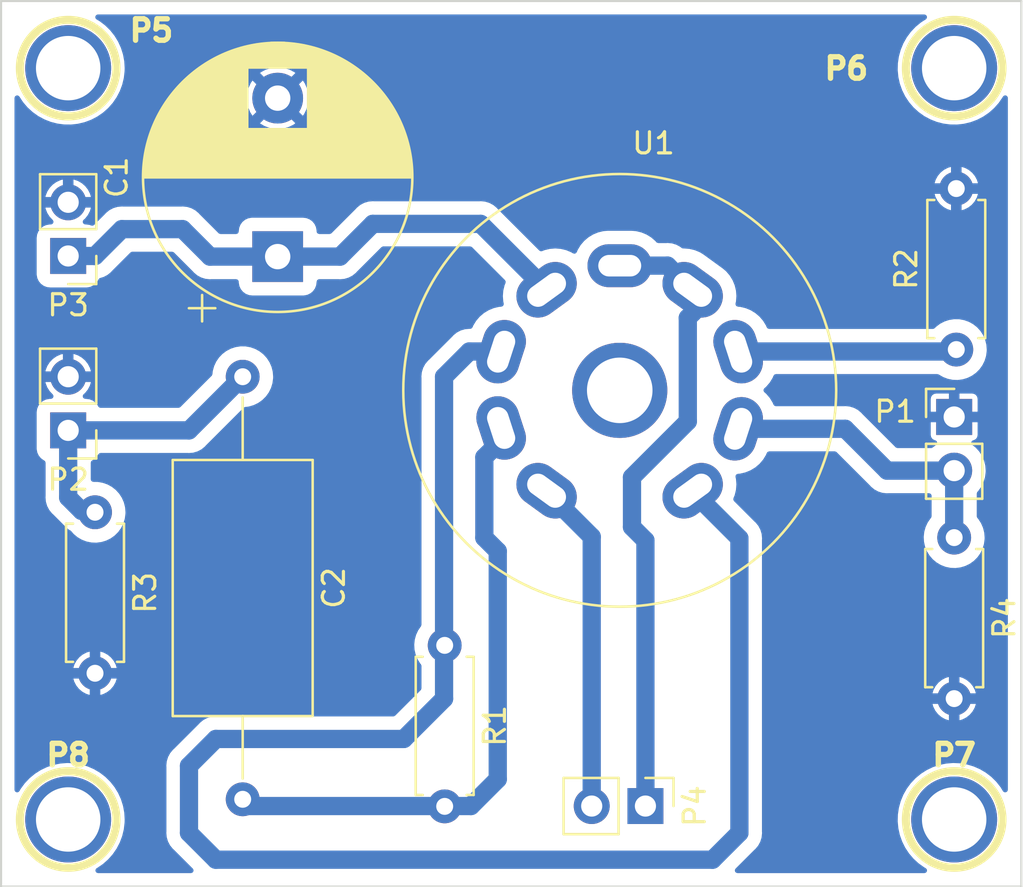
<source format=kicad_pcb>
(kicad_pcb (version 20210424) (generator pcbnew)
  (layers (0 "F.Cu" signal "Dessus") (31 "B.Cu" signal "Dessous") (34 "B.Paste" user) (35 "F.Paste" user) (36 "B.SilkS" user "B.Silkscreen") (37 "F.SilkS" user "F.Silkscreen") (38 "B.Mask" user) (39 "F.Mask" user) (44 "Edge.Cuts" user))
  (net 0 "")
  (net 1 "GND")
  (net 2 "Net-(C1-Pad1)")
  (net 3 "Net-(C2-Pad1)")
  (net 4 "Net-(C2-Pad2)")
  (net 5 "Net-(P1-Pad2)")
  (net 6 "Net-(P4-Pad1)")
  (net 7 "Net-(P4-Pad2)")
  (net 8 "Net-(R1-Pad1)")
  (net 9 "Net-(R2-Pad1)")
  (footprint "Capacitor_THT:CP_Radial_D12.5mm_P7.50mm" (layer "F.Cu") (at 133.1 102.9 90)
    (fp_text reference "C1" (at 3.75 -7.62 90) (layer "F.SilkS"))
    (fp_text value "10uF")
    (fp_line (start 6.671 1.44) (end 6.671 5.622) (layer "F.SilkS") (width 0.12))
    (fp_line (start 7.671 1.44) (end 7.671 4.982) (layer "F.SilkS") (width 0.12))
    (fp_line (start 7.231 -5.296) (end 7.231 -1.44) (layer "F.SilkS") (width 0.12))
    (fp_line (start 9.351 -2.996) (end 9.351 2.996) (layer "F.SilkS") (width 0.12))
    (fp_line (start 9.871 -1.728) (end 9.871 1.728) (layer "F.SilkS") (width 0.12))
    (fp_line (start 6.191 1.44) (end 6.191 5.845) (layer "F.SilkS") (width 0.12))
    (fp_line (start 8.631 -4.055) (end 8.631 -1.44) (layer "F.SilkS") (width 0.12))
    (fp_line (start 4.591 -6.275) (end 4.591 6.275) (layer "F.SilkS") (width 0.12))
    (fp_line (start 9.191 -3.275) (end 9.191 3.275) (layer "F.SilkS") (width 0.12))
    (fp_line (start 7.871 1.44) (end 7.871 4.819) (layer "F.SilkS") (width 0.12))
    (fp_line (start 9.791 -1.984) (end 9.791 1.984) (layer "F.SilkS") (width 0.12))
    (fp_line (start 6.631 -5.642) (end 6.631 -1.44) (layer "F.SilkS") (width 0.12))
    (fp_line (start 9.711 -2.209) (end 9.711 2.209) (layer "F.SilkS") (width 0.12))
    (fp_line (start 6.751 -5.58) (end 6.751 -1.44) (layer "F.SilkS") (width 0.12))
    (fp_line (start 9.431 -2.844) (end 9.431 2.844) (layer "F.SilkS") (width 0.12))
    (fp_line (start 8.351 1.44) (end 8.351 4.367) (layer "F.SilkS") (width 0.12))
    (fp_line (start 6.471 -5.721) (end 6.471 -1.44) (layer "F.SilkS") (width 0.12))
    (fp_line (start 8.391 1.44) (end 8.391 4.325) (layer "F.SilkS") (width 0.12))
    (fp_line (start 5.711 -6.021) (end 5.711 6.021) (layer "F.SilkS") (width 0.12))
    (fp_line (start 7.391 -5.188) (end 7.391 -1.44) (layer "F.SilkS") (width 0.12))
    (fp_line (start 9.551 -2.594) (end 9.551 2.594) (layer "F.SilkS") (width 0.12))
    (fp_line (start 5.191 -6.166) (end 5.191 6.166) (layer "F.SilkS") (width 0.12))
    (fp_line (start 7.191 1.44) (end 7.191 5.322) (layer "F.SilkS") (width 0.12))
    (fp_line (start 6.791 1.44) (end 6.791 5.558) (layer "F.SilkS") (width 0.12))
    (fp_line (start 8.351 -4.367) (end 8.351 -1.44) (layer "F.SilkS") (width 0.12))
    (fp_line (start 8.031 -4.678) (end 8.031 -1.44) (layer "F.SilkS") (width 0.12))
    (fp_line (start 9.591 -2.504) (end 9.591 2.504) (layer "F.SilkS") (width 0.12))
    (fp_line (start 8.871 -3.75) (end 8.871 -1.44) (layer "F.SilkS") (width 0.12))
    (fp_line (start 5.311 -6.137) (end 5.311 6.137) (layer "F.SilkS") (width 0.12))
    (fp_line (start 6.951 1.44) (end 6.951 5.468) (layer "F.SilkS") (width 0.12))
    (fp_line (start 5.951 -5.939) (end 5.951 5.939) (layer "F.SilkS") (width 0.12))
    (fp_line (start 6.391 1.44) (end 6.391 5.758) (layer "F.SilkS") (width 0.12))
    (fp_line (start 8.111 1.44) (end 8.111 4.605) (layer "F.SilkS") (width 0.12))
    (fp_line (start 7.311 1.44) (end 7.311 5.243) (layer "F.SilkS") (width 0.12))
    (fp_line (start 7.151 -5.347) (end 7.151 -1.44) (layer "F.SilkS") (width 0.12))
    (fp_line (start 5.631 -6.047) (end 5.631 6.047) (layer "F.SilkS") (width 0.12))
    (fp_line (start 8.191 -4.528) (end 8.191 -1.44) (layer "F.SilkS") (width 0.12))
    (fp_line (start 8.071 -4.642) (end 8.071 -1.44) (layer "F.SilkS") (width 0.12))
    (fp_line (start 9.031 -3.524) (end 9.031 3.524) (layer "F.SilkS") (width 0.12))
    (fp_line (start 4.43 -6.294) (end 4.43 6.294) (layer "F.SilkS") (width 0.12))
    (fp_line (start 6.231 1.44) (end 6.231 5.828) (layer "F.SilkS") (width 0.12))
    (fp_line (start 7.431 -5.16) (end 7.431 -1.44) (layer "F.SilkS") (width 0.12))
    (fp_line (start 6.471 1.44) (end 6.471 5.721) (layer "F.SilkS") (width 0.12))
    (fp_line (start 7.591 1.44) (end 7.591 5.043) (layer "F.SilkS") (width 0.12))
    (fp_line (start 8.991 -3.583) (end 8.991 3.583) (layer "F.SilkS") (width 0.12))
    (fp_line (start 8.111 -4.605) (end 8.111 -1.44) (layer "F.SilkS") (width 0.12))
    (fp_line (start 7.871 -4.819) (end 7.871 -1.44) (layer "F.SilkS") (width 0.12))
    (fp_line (start 4.35 -6.302) (end 4.35 6.302) (layer "F.SilkS") (width 0.12))
    (fp_line (start 5.431 -6.105) (end 5.431 6.105) (layer "F.SilkS") (width 0.12))
    (fp_line (start 4.31 -6.306) (end 4.31 6.306) (layer "F.SilkS") (width 0.12))
    (fp_line (start 9.951 -1.422) (end 9.951 1.422) (layer "F.SilkS") (width 0.12))
    (fp_line (start 7.231 1.44) (end 7.231 5.296) (layer "F.SilkS") (width 0.12))
    (fp_line (start 6.831 1.44) (end 6.831 5.536) (layer "F.SilkS") (width 0.12))
    (fp_line (start 6.751 1.44) (end 6.751 5.58) (layer "F.SilkS") (width 0.12))
    (fp_line (start 6.191 -5.845) (end 6.191 -1.44) (layer "F.SilkS") (width 0.12))
    (fp_line (start 8.271 1.44) (end 8.271 4.449) (layer "F.SilkS") (width 0.12))
    (fp_line (start 6.551 -5.682) (end 6.551 -1.44) (layer "F.SilkS") (width 0.12))
    (fp_line (start 6.591 1.44) (end 6.591 5.662) (layer "F.SilkS") (width 0.12))
    (fp_line (start 8.911 -3.696) (end 8.911 -1.44) (layer "F.SilkS") (width 0.12))
    (fp_line (start 7.151 1.44) (end 7.151 5.347) (layer "F.SilkS") (width 0.12))
    (fp_line (start 9.151 -3.339) (end 9.151 3.339) (layer "F.SilkS") (width 0.12))
    (fp_line (start 8.631 1.44) (end 8.631 4.055) (layer "F.SilkS") (width 0.12))
    (fp_line (start 4.511 -6.285) (end 4.511 6.285) (layer "F.SilkS") (width 0.12))
    (fp_line (start 4.07 -6.322) (end 4.07 6.322) (layer "F.SilkS") (width 0.12))
    (fp_line (start -2.442082 -4.2) (end -2.442082 -2.95) (layer "F.SilkS") (width 0.12))
    (fp_line (start 3.79 -6.33) (end 3.79 6.33) (layer "F.SilkS") (width 0.12))
    (fp_line (start 7.311 -5.243) (end 7.311 -1.44) (layer "F.SilkS") (width 0.12))
    (fp_line (start 7.711 -4.95) (end 7.711 -1.44) (layer "F.SilkS") (width 0.12))
    (fp_line (start 6.711 -5.601) (end 6.711 -1.44) (layer "F.SilkS") (width 0.12))
    (fp_line (start 7.351 1.44) (end 7.351 5.216) (layer "F.SilkS") (width 0.12))
    (fp_line (start 6.271 1.44) (end 6.271 5.811) (layer "F.SilkS") (width 0.12))
    (fp_line (start 7.271 1.44) (end 7.271 5.27) (layer "F.SilkS") (width 0.12))
    (fp_line (start 8.551 1.44) (end 8.551 4.148) (layer "F.SilkS") (width 0.12))
    (fp_line (start 9.111 -3.402) (end 9.111 3.402) (layer "F.SilkS") (width 0.12))
    (fp_line (start 7.111 1.44) (end 7.111 5.372) (layer "F.SilkS") (width 0.12))
    (fp_line (start 7.111 -5.372) (end 7.111 -1.44) (layer "F.SilkS") (width 0.12))
    (fp_line (start -3.067082 -3.575) (end -1.817082 -3.575) (layer "F.SilkS") (width 0.12))
    (fp_line (start 9.231 -3.208) (end 9.231 3.208) (layer "F.SilkS") (width 0.12))
    (fp_line (start 5.831 -5.981) (end 5.831 5.981) (layer "F.SilkS") (width 0.12))
    (fp_line (start 4.39 -6.298) (end 4.39 6.298) (layer "F.SilkS") (width 0.12))
    (fp_line (start 4.711 -6.258) (end 4.711 6.258) (layer "F.SilkS") (width 0.12))
    (fp_line (start 7.071 -5.397) (end 7.071 -1.44) (layer "F.SilkS") (width 0.12))
    (fp_line (start 6.071 1.44) (end 6.071 5.893) (layer "F.SilkS") (width 0.12))
    (fp_line (start 7.551 -5.073) (end 7.551 -1.44) (layer "F.SilkS") (width 0.12))
    (fp_line (start 4.19 -6.315) (end 4.19 6.315) (layer "F.SilkS") (width 0.12))
    (fp_line (start 9.751 -2.1) (end 9.751 2.1) (layer "F.SilkS") (width 0.12))
    (fp_line (start 3.99 -6.326) (end 3.99 6.326) (layer "F.SilkS") (width 0.12))
    (fp_line (start 4.551 -6.28) (end 4.551 6.28) (layer "F.SilkS") (width 0.12))
    (fp_line (start 10.071 -0.757) (end 10.071 0.757) (layer "F.SilkS") (width 0.12))
    (fp_line (start 5.031 -6.201) (end 5.031 6.201) (layer "F.SilkS") (width 0.12))
    (fp_line (start 7.791 1.44) (end 7.791 4.885) (layer "F.SilkS") (width 0.12))
    (fp_line (start 4.871 -6.231) (end 4.871 6.231) (layer "F.SilkS") (width 0.12))
    (fp_line (start 6.711 1.44) (end 6.711 5.601) (layer "F.SilkS") (width 0.12))
    (fp_line (start 3.95 -6.327) (end 3.95 6.327) (layer "F.SilkS") (width 0.12))
    (fp_line (start 8.871 1.44) (end 8.871 3.75) (layer "F.SilkS") (width 0.12))
    (fp_line (start 8.511 1.44) (end 8.511 4.194) (layer "F.SilkS") (width 0.12))
    (fp_line (start 10.111 -0.317) (end 10.111 0.317) (layer "F.SilkS") (width 0.12))
    (fp_line (start 4.631 -6.269) (end 4.631 6.269) (layer "F.SilkS") (width 0.12))
    (fp_line (start 6.031 -5.908) (end 6.031 5.908) (layer "F.SilkS") (width 0.12))
    (fp_line (start 7.031 -5.421) (end 7.031 -1.44) (layer "F.SilkS") (width 0.12))
    (fp_line (start 8.191 1.44) (end 8.191 4.528) (layer "F.SilkS") (width 0.12))
    (fp_line (start 4.27 -6.309) (end 4.27 6.309) (layer "F.SilkS") (width 0.12))
    (fp_line (start 6.071 -5.893) (end 6.071 -1.44) (layer "F.SilkS") (width 0.12))
    (fp_line (start 6.511 1.44) (end 6.511 5.702) (layer "F.SilkS") (width 0.12))
    (fp_line (start 8.951 -3.64) (end 8.951 3.64) (layer "F.SilkS") (width 0.12))
    (fp_line (start 6.871 -5.514) (end 6.871 -1.44) (layer "F.SilkS") (width 0.12))
    (fp_line (start 8.671 -4.007) (end 8.671 -1.44) (layer "F.SilkS") (width 0.12))
    (fp_line (start 5.511 -6.083) (end 5.511 6.083) (layer "F.SilkS") (width 0.12))
    (fp_line (start 5.111 -6.184) (end 5.111 6.184) (layer "F.SilkS") (width 0.12))
    (fp_line (start 8.431 1.44) (end 8.431 4.282) (layer "F.SilkS") (width 0.12))
    (fp_line (start 6.911 1.44) (end 6.911 5.491) (layer "F.SilkS") (width 0.12))
    (fp_line (start 8.271 -4.449) (end 8.271 -1.44) (layer "F.SilkS") (width 0.12))
    (fp_line (start 6.951 -5.468) (end 6.951 -1.44) (layer "F.SilkS") (width 0.12))
    (fp_line (start 4.951 -6.216) (end 4.951 6.216) (layer "F.SilkS") (width 0.12))
    (fp_line (start 7.511 1.44) (end 7.511 5.102) (layer "F.SilkS") (width 0.12))
    (fp_line (start 5.751 -6.008) (end 5.751 6.008) (layer "F.SilkS") (width 0.12))
    (fp_line (start 6.271 -5.811) (end 6.271 -1.44) (layer "F.SilkS") (width 0.12))
    (fp_line (start 5.791 -5.995) (end 5.791 5.995) (layer "F.SilkS") (width 0.12))
    (fp_line (start 4.831 -6.238) (end 4.831 6.238) (layer "F.SilkS") (width 0.12))
    (fp_line (start 8.591 -4.102) (end 8.591 -1.44) (layer "F.SilkS") (width 0.12))
    (fp_line (start 7.431 1.44) (end 7.431 5.16) (layer "F.SilkS") (width 0.12))
    (fp_line (start 8.671 1.44) (end 8.671 4.007) (layer "F.SilkS") (width 0.12))
    (fp_line (start 7.991 -4.714) (end 7.991 -1.44) (layer "F.SilkS") (width 0.12))
    (fp_line (start 8.791 1.44) (end 8.791 3.856) (layer "F.SilkS") (width 0.12))
    (fp_line (start 4.471 -6.29) (end 4.471 6.29) (layer "F.SilkS") (width 0.12))
    (fp_line (start 6.311 1.44) (end 6.311 5.793) (layer "F.SilkS") (width 0.12))
    (fp_line (start 8.711 -3.957) (end 8.711 -1.44) (layer "F.SilkS") (width 0.12))
    (fp_line (start 3.91 -6.328) (end 3.91 6.328) (layer "F.SilkS") (width 0.12))
    (fp_line (start 7.711 1.44) (end 7.711 4.95) (layer "F.SilkS") (width 0.12))
    (fp_line (start 7.991 1.44) (end 7.991 4.714) (layer "F.SilkS") (width 0.12))
    (fp_line (start 7.351 -5.216) (end 7.351 -1.44) (layer "F.SilkS") (width 0.12))
    (fp_line (start 4.671 -6.264) (end 4.671 6.264) (layer "F.SilkS") (width 0.12))
    (fp_line (start 8.551 -4.148) (end 8.551 -1.44) (layer "F.SilkS") (width 0.12))
    (fp_line (start 6.431 1.44) (end 6.431 5.739) (layer "F.SilkS") (width 0.12))
    (fp_line (start 9.671 -2.312) (end 9.671 2.312) (layer "F.SilkS") (width 0.12))
    (fp_line (start 6.591 -5.662) (end 6.591 -1.44) (layer "F.SilkS") (width 0.12))
    (fp_line (start 6.351 -5.776) (end 6.351 -1.44) (layer "F.SilkS") (width 0.12))
    (fp_line (start 8.831 1.44) (end 8.831 3.804) (layer "F.SilkS") (width 0.12))
    (fp_line (start 9.831 -1.861) (end 9.831 1.861) (layer "F.SilkS") (width 0.12))
    (fp_line (start 8.791 -3.856) (end 8.791 -1.44) (layer "F.SilkS") (width 0.12))
    (fp_line (start 7.191 -5.322) (end 7.191 -1.44) (layer "F.SilkS") (width 0.12))
    (fp_line (start 6.671 -5.622) (end 6.671 -1.44) (layer "F.SilkS") (width 0.12))
    (fp_line (start 6.791 -5.558) (end 6.791 -1.44) (layer "F.SilkS") (width 0.12))
    (fp_line (start 4.15 -6.318) (end 4.15 6.318) (layer "F.SilkS") (width 0.12))
    (fp_line (start 7.271 -5.27) (end 7.271 -1.44) (layer "F.SilkS") (width 0.12))
    (fp_line (start 7.591 -5.043) (end 7.591 -1.44) (layer "F.SilkS") (width 0.12))
    (fp_line (start 5.071 -6.192) (end 5.071 6.192) (layer "F.SilkS") (width 0.12))
    (fp_line (start 9.991 -1.241) (end 9.991 1.241) (layer "F.SilkS") (width 0.12))
    (fp_line (start 8.231 1.44) (end 8.231 4.489) (layer "F.SilkS") (width 0.12))
    (fp_line (start 7.631 -5.012) (end 7.631 -1.44) (layer "F.SilkS") (width 0.12))
    (fp_line (start 7.631 1.44) (end 7.631 5.012) (layer "F.SilkS") (width 0.12))
    (fp_line (start 7.951 1.44) (end 7.951 4.75) (layer "F.SilkS") (width 0.12))
    (fp_line (start 5.551 -6.071) (end 5.551 6.071) (layer "F.SilkS") (width 0.12))
    (fp_line (start 4.751 -6.252) (end 4.751 6.252) (layer "F.SilkS") (width 0.12))
    (fp_line (start 7.551 1.44) (end 7.551 5.073) (layer "F.SilkS") (width 0.12))
    (fp_line (start 6.391 -5.758) (end 6.391 -1.44) (layer "F.SilkS") (width 0.12))
    (fp_line (start 4.11 -6.32) (end 4.11 6.32) (layer "F.SilkS") (width 0.12))
    (fp_line (start 5.391 -6.116) (end 5.391 6.116) (layer "F.SilkS") (width 0.12))
    (fp_line (start 9.631 -2.41) (end 9.631 2.41) (layer "F.SilkS") (width 0.12))
    (fp_line (start 9.511 -2.681) (end 9.511 2.681) (layer "F.SilkS") (width 0.12))
    (fp_line (start 9.391 -2.921) (end 9.391 2.921) (layer "F.SilkS") (width 0.12))
    (fp_line (start 8.151 -4.567) (end 8.151 -1.44) (layer "F.SilkS") (width 0.12))
    (fp_line (start 6.511 -5.702) (end 6.511 -1.44) (layer "F.SilkS") (width 0.12))
    (fp_line (start 5.991 -5.924) (end 5.991 5.924) (layer "F.SilkS") (width 0.12))
    (fp_line (start 8.911 1.44) (end 8.911 3.696) (layer "F.SilkS") (width 0.12))
    (fp_line (start 6.911 -5.491) (end 6.911 -1.44) (layer "F.SilkS") (width 0.12))
    (fp_line (start 6.551 1.44) (end 6.551 5.682) (layer "F.SilkS") (width 0.12))
    (fp_line (start 3.83 -6.33) (end 3.83 6.33) (layer "F.SilkS") (width 0.12))
    (fp_line (start 8.751 1.44) (end 8.751 3.907) (layer "F.SilkS") (width 0.12))
    (fp_line (start 7.951 -4.75) (end 7.951 -1.44) (layer "F.SilkS") (width 0.12))
    (fp_line (start 8.471 1.44) (end 8.471 4.238) (layer "F.SilkS") (width 0.12))
    (fp_line (start 7.671 -4.982) (end 7.671 -1.44) (layer "F.SilkS") (width 0.12))
    (fp_line (start 6.111 -5.877) (end 6.111 -1.44) (layer "F.SilkS") (width 0.12))
    (fp_line (start 8.431 -4.282) (end 8.431 -1.44) (layer "F.SilkS") (width 0.12))
    (fp_line (start 7.391 1.44) (end 7.391 5.188) (layer "F.SilkS") (width 0.12))
    (fp_line (start 4.911 -6.224) (end 4.911 6.224) (layer "F.SilkS") (width 0.12))
    (fp_line (start 7.071 1.44) (end 7.071 5.397) (layer "F.SilkS") (width 0.12))
    (fp_line (start 5.671 -6.034) (end 5.671 6.034) (layer "F.SilkS") (width 0.12))
    (fp_line (start 7.471 1.44) (end 7.471 5.131) (layer "F.SilkS") (width 0.12))
    (fp_line (start 7.751 1.44) (end 7.751 4.918) (layer "F.SilkS") (width 0.12))
    (fp_line (start 5.351 -6.126) (end 5.351 6.126) (layer "F.SilkS") (width 0.12))
    (fp_line (start 8.831 -3.804) (end 8.831 -1.44) (layer "F.SilkS") (width 0.12))
    (fp_line (start 6.311 -5.793) (end 6.311 -1.44) (layer "F.SilkS") (width 0.12))
    (fp_line (start 8.711 1.44) (end 8.711 3.957) (layer "F.SilkS") (width 0.12))
    (fp_line (start 4.03 -6.324) (end 4.03 6.324) (layer "F.SilkS") (width 0.12))
    (fp_line (start 6.151 1.44) (end 6.151 5.861) (layer "F.SilkS") (width 0.12))
    (fp_line (start 7.031 1.44) (end 7.031 5.421) (layer "F.SilkS") (width 0.12))
    (fp_line (start 6.231 -5.828) (end 6.231 -1.44) (layer "F.SilkS") (width 0.12))
    (fp_line (start 8.391 -4.325) (end 8.391 -1.44) (layer "F.SilkS") (width 0.12))
    (fp_line (start 7.471 -5.131) (end 7.471 -1.44) (layer "F.SilkS") (width 0.12))
    (fp_line (start 8.151 1.44) (end 8.151 4.567) (layer "F.SilkS") (width 0.12))
    (fp_line (start 7.511 -5.102) (end 7.511 -1.44) (layer "F.SilkS") (width 0.12))
    (fp_line (start 7.831 1.44) (end 7.831 4.852) (layer "F.SilkS") (width 0.12))
    (fp_line (start 7.831 -4.852) (end 7.831 -1.44) (layer "F.SilkS") (width 0.12))
    (fp_line (start 8.591 1.44) (end 8.591 4.102) (layer "F.SilkS") (width 0.12))
    (fp_line (start 8.311 -4.408) (end 8.311 -1.44) (layer "F.SilkS") (width 0.12))
    (fp_line (start 3.75 -6.33) (end 3.75 6.33) (layer "F.SilkS") (width 0.12))
    (fp_line (start 6.991 1.44) (end 6.991 5.445) (layer "F.SilkS") (width 0.12))
    (fp_line (start 6.631 1.44) (end 6.631 5.642) (layer "F.SilkS") (width 0.12))
    (fp_line (start 5.591 -6.059) (end 5.591 6.059) (layer "F.SilkS") (width 0.12))
    (fp_line (start 9.911 -1.583) (end 9.911 1.583) (layer "F.SilkS") (width 0.12))
    (fp_line (start 4.791 -6.245) (end 4.791 6.245) (layer "F.SilkS") (width 0.12))
    (fp_line (start 8.311 1.44) (end 8.311 4.408) (layer "F.SilkS") (width 0.12))
    (fp_line (start 9.271 -3.14) (end 9.271 3.14) (layer "F.SilkS") (width 0.12))
    (fp_line (start 5.271 -6.146) (end 5.271 6.146) (layer "F.SilkS") (width 0.12))
    (fp_line (start 6.871 1.44) (end 6.871 5.514) (layer "F.SilkS") (width 0.12))
    (fp_line (start 6.991 -5.445) (end 6.991 -1.44) (layer "F.SilkS") (width 0.12))
    (fp_line (start 9.071 -3.464) (end 9.071 3.464) (layer "F.SilkS") (width 0.12))
    (fp_line (start 8.031 1.44) (end 8.031 4.678) (layer "F.SilkS") (width 0.12))
    (fp_line (start 5.471 -6.094) (end 5.471 6.094) (layer "F.SilkS") (width 0.12))
    (fp_line (start 3.87 -6.329) (end 3.87 6.329) (layer "F.SilkS") (width 0.12))
    (fp_line (start 8.511 -4.194) (end 8.511 -1.44) (layer "F.SilkS") (width 0.12))
    (fp_line (start 6.831 -5.536) (end 6.831 -1.44) (layer "F.SilkS") (width 0.12))
    (fp_line (start 9.311 -3.069) (end 9.311 3.069) (layer "F.SilkS") (width 0.12))
    (fp_line (start 7.911 -4.785) (end 7.911 -1.44) (layer "F.SilkS") (width 0.12))
    (fp_line (start 6.111 1.44) (end 6.111 5.877) (layer "F.SilkS") (width 0.12))
    (fp_line (start 8.471 -4.238) (end 8.471 -1.44) (layer "F.SilkS") (width 0.12))
    (fp_line (start 5.911 -5.953) (end 5.911 5.953) (layer "F.SilkS") (width 0.12))
    (fp_line (start 8.231 -4.489) (end 8.231 -1.44) (layer "F.SilkS") (width 0.12))
    (fp_line (start 6.431 -5.739) (end 6.431 -1.44) (layer "F.SilkS") (width 0.12))
    (fp_line (start 8.751 -3.907) (end 8.751 -1.44) (layer "F.SilkS") (width 0.12))
    (fp_line (start 8.071 1.44) (end 8.071 4.642) (layer "F.SilkS") (width 0.12))
    (fp_line (start 7.751 -4.918) (end 7.751 -1.44) (layer "F.SilkS") (width 0.12))
    (fp_line (start 5.151 -6.175) (end 5.151 6.175) (layer "F.SilkS") (width 0.12))
    (fp_line (start 5.231 -6.156) (end 5.231 6.156) (layer "F.SilkS") (width 0.12))
    (fp_line (start 7.911 1.44) (end 7.911 4.785) (layer "F.SilkS") (width 0.12))
    (fp_line (start 6.151 -5.861) (end 6.151 -1.44) (layer "F.SilkS") (width 0.12))
    (fp_line (start 9.471 -2.764) (end 9.471 2.764) (layer "F.SilkS") (width 0.12))
    (fp_line (start 6.351 1.44) (end 6.351 5.776) (layer "F.SilkS") (width 0.12))
    (fp_line (start 5.871 -5.967) (end 5.871 5.967) (layer "F.SilkS") (width 0.12))
    (fp_line (start 4.23 -6.312) (end 4.23 6.312) (layer "F.SilkS") (width 0.12))
    (fp_line (start 10.031 -1.028) (end 10.031 1.028) (layer "F.SilkS") (width 0.12))
    (fp_line (start 7.791 -4.885) (end 7.791 -1.44) (layer "F.SilkS") (width 0.12))
    (fp_line (start 4.991 -6.209) (end 4.991 6.209) (layer "F.SilkS") (width 0.12))
    (fp_circle (center 3.75 0) (end 10.12 0) (layer "F.SilkS") (width 0.12) (fill none))
    (pad "1" thru_hole rect locked (at 0 0 90) (size 2.4 2.4) (drill 1.2) (layers *.Cu *.Mask) (net 2 "Net-(C1-Pad1)"))
    (pad "2" thru_hole circle locked (at 7.5 0 90) (size 2.4 2.4) (drill 1.2) (layers *.Cu *.Mask) (net 1 "GND"))
  )
  (footprint "Resistor_THT:R_Axial_DIN0207_L6.3mm_D2.5mm_P7.62mm_Horizontal" (layer "F.Cu") (at 141 121.3 -90)
    (fp_text reference "R1" (at 3.81 -2.37 -90) (layer "F.SilkS"))
    (fp_text value "1.5K")
    (fp_line (start 0.54 1.37) (end 7.08 1.37) (layer "F.SilkS") (width 0.12))
    (fp_line (start 7.08 1.37) (end 7.08 1.04) (layer "F.SilkS") (width 0.12))
    (fp_line (start 0.54 -1.37) (end 7.08 -1.37) (layer "F.SilkS") (width 0.12))
    (fp_line (start 7.08 -1.37) (end 7.08 -1.04) (layer "F.SilkS") (width 0.12))
    (fp_line (start 0.54 1.04) (end 0.54 1.37) (layer "F.SilkS") (width 0.12))
    (fp_line (start 0.54 -1.04) (end 0.54 -1.37) (layer "F.SilkS") (width 0.12))
    (pad "1" thru_hole circle locked (at 0 0 270) (size 1.6 1.6) (drill 0.8) (layers *.Cu *.Mask) (net 8 "Net-(R1-Pad1)"))
    (pad "2" thru_hole oval locked (at 7.62 0 270) (size 1.6 1.6) (drill 0.8) (layers *.Cu *.Mask) (net 4 "Net-(C2-Pad2)"))
  )
  (footprint "Resistor_THT:R_Axial_DIN0207_L6.3mm_D2.5mm_P7.62mm_Horizontal" (layer "F.Cu") (at 165.2 107.3 90)
    (fp_text reference "R2" (at 3.81 -2.37 90) (layer "F.SilkS"))
    (fp_text value "1.5K")
    (fp_line (start 0.54 -1.04) (end 0.54 -1.37) (layer "F.SilkS") (width 0.12))
    (fp_line (start 0.54 1.37) (end 7.08 1.37) (layer "F.SilkS") (width 0.12))
    (fp_line (start 0.54 1.04) (end 0.54 1.37) (layer "F.SilkS") (width 0.12))
    (fp_line (start 7.08 -1.37) (end 7.08 -1.04) (layer "F.SilkS") (width 0.12))
    (fp_line (start 0.54 -1.37) (end 7.08 -1.37) (layer "F.SilkS") (width 0.12))
    (fp_line (start 7.08 1.37) (end 7.08 1.04) (layer "F.SilkS") (width 0.12))
    (pad "1" thru_hole circle locked (at 0 0 90) (size 1.6 1.6) (drill 0.8) (layers *.Cu *.Mask) (net 9 "Net-(R2-Pad1)"))
    (pad "2" thru_hole oval locked (at 7.62 0 90) (size 1.6 1.6) (drill 0.8) (layers *.Cu *.Mask) (net 1 "GND"))
  )
  (footprint "Resistor_THT:R_Axial_DIN0207_L6.3mm_D2.5mm_P7.62mm_Horizontal" (layer "F.Cu") (at 124.46 115 -90)
    (fp_text reference "R3" (at 3.81 -2.37 -90) (layer "F.SilkS"))
    (fp_text value "100K")
    (fp_line (start 7.08 1.37) (end 7.08 1.04) (layer "F.SilkS") (width 0.12))
    (fp_line (start 0.54 1.04) (end 0.54 1.37) (layer "F.SilkS") (width 0.12))
    (fp_line (start 7.08 -1.37) (end 7.08 -1.04) (layer "F.SilkS") (width 0.12))
    (fp_line (start 0.54 -1.04) (end 0.54 -1.37) (layer "F.SilkS") (width 0.12))
    (fp_line (start 0.54 -1.37) (end 7.08 -1.37) (layer "F.SilkS") (width 0.12))
    (fp_line (start 0.54 1.37) (end 7.08 1.37) (layer "F.SilkS") (width 0.12))
    (pad "1" thru_hole circle locked (at 0 0 270) (size 1.6 1.6) (drill 0.8) (layers *.Cu *.Mask) (net 3 "Net-(C2-Pad1)"))
    (pad "2" thru_hole oval locked (at 7.62 0 270) (size 1.6 1.6) (drill 0.8) (layers *.Cu *.Mask) (net 1 "GND"))
  )
  (footprint "Resistor_THT:R_Axial_DIN0207_L6.3mm_D2.5mm_P7.62mm_Horizontal" (layer "F.Cu") (at 165.1 116.2 -90)
    (fp_text reference "R4" (at 3.81 -2.37 -90) (layer "F.SilkS"))
    (fp_text value "47K")
    (fp_line (start 0.54 1.37) (end 7.08 1.37) (layer "F.SilkS") (width 0.12))
    (fp_line (start 0.54 -1.37) (end 7.08 -1.37) (layer "F.SilkS") (width 0.12))
    (fp_line (start 7.08 -1.37) (end 7.08 -1.04) (layer "F.SilkS") (width 0.12))
    (fp_line (start 7.08 1.37) (end 7.08 1.04) (layer "F.SilkS") (width 0.12))
    (fp_line (start 0.54 -1.04) (end 0.54 -1.37) (layer "F.SilkS") (width 0.12))
    (fp_line (start 0.54 1.04) (end 0.54 1.37) (layer "F.SilkS") (width 0.12))
    (pad "1" thru_hole circle locked (at 0 0 270) (size 1.6 1.6) (drill 0.8) (layers *.Cu *.Mask) (net 5 "Net-(P1-Pad2)"))
    (pad "2" thru_hole oval locked (at 7.62 0 270) (size 1.6 1.6) (drill 0.8) (layers *.Cu *.Mask) (net 1 "GND"))
  )
  (footprint "connect:1pin" (layer "F.Cu") (at 123.19 93.98)
    (fp_text reference "P5" (at 3.937 -1.778) (layer "F.SilkS") (effects (font (size 1.016 1.016) (thickness 0.254))))
    (fp_text value "CONN_1" hide)
    (fp_circle (center 0 0) (end 0 -2.286) (layer "F.SilkS") (width 0.381) (fill none))
    (pad "1" thru_hole circle locked (at 0 0) (size 4.064 4.064) (drill 3.048) (layers *.Cu *.Mask))
  )
  (footprint "connect:1pin" (layer "F.Cu") (at 165.1 93.98)
    (fp_text reference "P6" (at -5.1 0.02) (layer "F.SilkS") (effects (font (size 1.016 1.016) (thickness 0.254))))
    (fp_text value "CONN_1" hide)
    (fp_circle (center 0 0) (end 0 -2.286) (layer "F.SilkS") (width 0.381) (fill none))
    (pad "1" thru_hole circle locked (at 0 0) (size 4.064 4.064) (drill 3.048) (layers *.Cu *.Mask))
  )
  (footprint "connect:1pin" (layer "F.Cu") (at 165.1 129.54)
    (fp_text reference "P7" (at 0 -3.048) (layer "F.SilkS") (effects (font (size 1.016 1.016) (thickness 0.254))))
    (fp_text value "CONN_1" hide)
    (fp_circle (center 0 0) (end 0 -2.286) (layer "F.SilkS") (width 0.381) (fill none))
    (pad "1" thru_hole circle locked (at 0 0) (size 4.064 4.064) (drill 3.048) (layers *.Cu *.Mask))
  )
  (footprint "connect:1pin" (layer "F.Cu") (at 123.19 129.54)
    (fp_text reference "P8" (at 0 -3.048) (layer "F.SilkS") (effects (font (size 1.016 1.016) (thickness 0.254))))
    (fp_text value "CONN_1" hide)
    (fp_circle (center 0 0) (end 0 -2.286) (layer "F.SilkS") (width 0.381) (fill none))
    (pad "1" thru_hole circle locked (at 0 0) (size 4.064 4.064) (drill 3.048) (layers *.Cu *.Mask))
  )
  (footprint "Valve:Valve_ECC-83-2" (layer "F.Cu") (at 149.28 109.23)
    (fp_text reference "U1" (at 1.596 -11.694) (layer "F.SilkS"))
    (fp_text value "ECC83")
    (fp_circle (center 0 0) (end 10.16 1.27) (layer "F.SilkS") (width 0.12) (fill none))
    (pad "" thru_hole circle locked (at 0 0) (size 4.5 4.5) (drill 3.1) (layers *.Cu *.Mask))
    (pad "1" thru_hole oval locked (at 3.45 4.75 306) (size 2.03 3.05) (drill oval 1.02 2.03) (layers *.Cu *.Mask) (net 8 "Net-(R1-Pad1)"))
    (pad "2" thru_hole oval locked (at 5.6 1.82 342) (size 2.03 3.05) (drill oval 1.02 2.03) (layers *.Cu *.Mask) (net 5 "Net-(P1-Pad2)"))
    (pad "3" thru_hole oval locked (at 5.6 -1.83 18) (size 2.03 3.05) (drill oval 1.02 2.03) (layers *.Cu *.Mask) (net 9 "Net-(R2-Pad1)"))
    (pad "4" thru_hole oval locked (at 3.45 -4.76 54) (size 2.03 3.05) (drill oval 1.02 2.03) (layers *.Cu *.Mask) (net 6 "Net-(P4-Pad1)"))
    (pad "5" thru_hole oval locked (at 0 -5.9 90) (size 2.03 3.05) (drill oval 1.02 2.03) (layers *.Cu *.Mask) (net 6 "Net-(P4-Pad1)"))
    (pad "6" thru_hole oval locked (at -3.46 -4.76 306) (size 2.03 3.05) (drill oval 1.02 2.03) (layers *.Cu *.Mask) (net 2 "Net-(C1-Pad1)"))
    (pad "7" thru_hole oval locked (at -5.61 -1.83 342) (size 2.03 3.05) (drill oval 1.02 2.03) (layers *.Cu *.Mask) (net 8 "Net-(R1-Pad1)"))
    (pad "8" thru_hole oval locked (at -5.61 1.78 18) (size 2.03 3.05) (drill oval 1.02 2.03) (layers *.Cu *.Mask) (net 4 "Net-(C2-Pad2)"))
    (pad "9" thru_hole oval locked (at -3.46 4.75 54) (size 2.03 3.05) (drill oval 1.02 2.03) (layers *.Cu *.Mask) (net 7 "Net-(P4-Pad2)"))
  )
  (footprint "Capacitors_THT:C_Axial_L12.0mm_D6.5mm_P20.00mm_Horizontal" (layer "F.Cu") (at 131.445 108.585 -90)
    (fp_text reference "C2" (at 10 -4.31 -90) (layer "F.SilkS"))
    (fp_text value "680nF")
    (fp_line (start 16.06 3.31) (end 16.06 -3.31) (layer "F.SilkS") (width 0.12))
    (fp_line (start 3.94 -3.31) (end 3.94 3.31) (layer "F.SilkS") (width 0.12))
    (fp_line (start 19.02 0) (end 16.06 0) (layer "F.SilkS") (width 0.12))
    (fp_line (start 3.94 3.31) (end 16.06 3.31) (layer "F.SilkS") (width 0.12))
    (fp_line (start 0.98 0) (end 3.94 0) (layer "F.SilkS") (width 0.12))
    (fp_line (start 16.06 -3.31) (end 3.94 -3.31) (layer "F.SilkS") (width 0.12))
    (pad "1" thru_hole circle locked (at 0 0 270) (size 1.6 1.6) (drill 0.8) (layers *.Cu *.Mask) (net 3 "Net-(C2-Pad1)"))
    (pad "2" thru_hole oval locked (at 20 0 270) (size 1.6 1.6) (drill 0.8) (layers *.Cu *.Mask) (net 4 "Net-(C2-Pad2)"))
  )
  (footprint "Connector_PinHeader_2.54mm:PinHeader_1x02_P2.54mm_Vertical" (layer "F.Cu") (at 123.19 111.125 180)
    (fp_text reference "P2" (at 0 -2.33 180) (layer "F.SilkS"))
    (fp_text value "OUT")
    (fp_line (start -1.33 -1.33) (end 0 -1.33) (layer "F.SilkS") (width 0.12))
    (fp_line (start 1.33 1.27) (end 1.33 3.87) (layer "F.SilkS") (width 0.12))
    (fp_line (start -1.33 1.27) (end -1.33 3.87) (layer "F.SilkS") (width 0.12))
    (fp_line (start -1.33 0) (end -1.33 -1.33) (layer "F.SilkS") (width 0.12))
    (fp_line (start -1.33 3.87) (end 1.33 3.87) (layer "F.SilkS") (width 0.12))
    (fp_line (start -1.33 1.27) (end 1.33 1.27) (layer "F.SilkS") (width 0.12))
    (pad "1" thru_hole rect locked (at 0 0 180) (size 1.7 1.7) (drill 1) (layers *.Cu *.Mask) (net 3 "Net-(C2-Pad1)"))
    (pad "2" thru_hole oval locked (at 0 2.54 180) (size 1.7 1.7) (drill 1) (layers *.Cu *.Mask) (net 1 "GND"))
  )
  (footprint "Connector_PinHeader_2.54mm:PinHeader_1x02_P2.54mm_Vertical" (layer "F.Cu") (at 123.19 102.87 180)
    (fp_text reference "P3" (at 0 -2.33 180) (layer "F.SilkS"))
    (fp_text value "POWER")
    (fp_line (start 1.33 1.27) (end 1.33 3.87) (layer "F.SilkS") (width 0.12))
    (fp_line (start -1.33 -1.33) (end 0 -1.33) (layer "F.SilkS") (width 0.12))
    (fp_line (start -1.33 3.87) (end 1.33 3.87) (layer "F.SilkS") (width 0.12))
    (fp_line (start -1.33 0) (end -1.33 -1.33) (layer "F.SilkS") (width 0.12))
    (fp_line (start -1.33 1.27) (end -1.33 3.87) (layer "F.SilkS") (width 0.12))
    (fp_line (start -1.33 1.27) (end 1.33 1.27) (layer "F.SilkS") (width 0.12))
    (pad "1" thru_hole rect locked (at 0 0 180) (size 1.7 1.7) (drill 1) (layers *.Cu *.Mask) (net 2 "Net-(C1-Pad1)"))
    (pad "2" thru_hole oval locked (at 0 2.54 180) (size 1.7 1.7) (drill 1) (layers *.Cu *.Mask) (net 1 "GND"))
  )
  (footprint "Connector_PinHeader_2.54mm:PinHeader_1x02_P2.54mm_Vertical" (layer "F.Cu") (at 165.1 110.49)
    (fp_text reference "P1" (at -2.794 -0.254) (layer "F.SilkS"))
    (fp_text value "IN")
    (fp_line (start -1.33 3.87) (end 1.33 3.87) (layer "F.SilkS") (width 0.12))
    (fp_line (start -1.33 0) (end -1.33 -1.33) (layer "F.SilkS") (width 0.12))
    (fp_line (start -1.33 1.27) (end -1.33 3.87) (layer "F.SilkS") (width 0.12))
    (fp_line (start -1.33 -1.33) (end 0 -1.33) (layer "F.SilkS") (width 0.12))
    (fp_line (start -1.33 1.27) (end 1.33 1.27) (layer "F.SilkS") (width 0.12))
    (fp_line (start 1.33 1.27) (end 1.33 3.87) (layer "F.SilkS") (width 0.12))
    (pad "1" thru_hole rect locked (at 0 0) (size 1.7 1.7) (drill 1) (layers *.Cu *.Mask) (net 1 "GND"))
    (pad "2" thru_hole oval locked (at 0 2.54) (size 1.7 1.7) (drill 1) (layers *.Cu *.Mask) (net 5 "Net-(P1-Pad2)"))
  )
  (footprint "Connector_PinHeader_2.54mm:PinHeader_1x02_P2.54mm_Vertical" (layer "F.Cu") (at 150.495 128.905 -90)
    (fp_text reference "P4" (at 0 -2.33 -90) (layer "F.SilkS"))
    (fp_text value "CONN_2")
    (fp_line (start -1.33 0) (end -1.33 -1.33) (layer "F.SilkS") (width 0.12))
    (fp_line (start -1.33 1.27) (end -1.33 3.87) (layer "F.SilkS") (width 0.12))
    (fp_line (start 1.33 1.27) (end 1.33 3.87) (layer "F.SilkS") (width 0.12))
    (fp_line (start -1.33 -1.33) (end 0 -1.33) (layer "F.SilkS") (width 0.12))
    (fp_line (start -1.33 1.27) (end 1.33 1.27) (layer "F.SilkS") (width 0.12))
    (fp_line (start -1.33 3.87) (end 1.33 3.87) (layer "F.SilkS") (width 0.12))
    (pad "1" thru_hole rect locked (at 0 0 270) (size 1.7 1.7) (drill 1) (layers *.Cu *.Mask) (net 6 "Net-(P4-Pad1)"))
    (pad "2" thru_hole oval locked (at 0 2.54 270) (size 1.7 1.7) (drill 1) (layers *.Cu *.Mask) (net 7 "Net-(P4-Pad2)"))
  )
  (gr_line (start 168.275 90.805) (end 168.275 132.715) (angle 90) (layer "Edge.Cuts") (width 0.1))
  (gr_line (start 120.015 90.805) (end 120.015 132.715) (angle 90) (layer "Edge.Cuts") (width 0.1))
  (gr_line (start 168.275 90.805) (end 120.015 90.805) (angle 90) (layer "Edge.Cuts") (width 0.1))
  (gr_line (start 168.275 132.715) (end 120.015 132.715) (angle 90) (layer "Edge.Cuts") (width 0.1))
  (segment (start 165.1 123.825) (end 165.354 123.825) (width 0.8636) (layer "B.Cu") (net 1))
  (segment (start 142.7 101.35) (end 137.6 101.35) (width 0.8636) (layer "B.Cu") (net 2))
  (segment (start 123.19 102.87) (end 124.46 102.87) (width 0.8636) (layer "B.Cu") (net 2))
  (segment (start 129.9 102.9) (end 133.1 102.9) (width 0.8636) (layer "B.Cu") (net 2))
  (segment (start 133.1 102.9) (end 136.05 102.9) (width 0.8636) (layer "B.Cu") (net 2))
  (segment (start 124.46 102.87) (end 125.73 101.6) (width 0.8636) (layer "B.Cu") (net 2))
  (segment (start 125.73 101.6) (end 128.6 101.6) (width 0.8636) (layer "B.Cu") (net 2))
  (segment (start 145.82 104.47) (end 142.7 101.35) (width 0.8636) (layer "B.Cu") (net 2))
  (segment (start 128.6 101.6) (end 129.9 102.9) (width 0.8636) (layer "B.Cu") (net 2))
  (segment (start 136.05 102.9) (end 137.6 101.35) (width 0.8636) (layer "B.Cu") (net 2))
  (segment (start 128.905 111.125) (end 123.19 111.125) (width 0.8636) (layer "B.Cu") (net 3))
  (segment (start 131.445 108.585) (end 128.905 111.125) (width 0.8636) (layer "B.Cu") (net 3))
  (segment (start 123.825 114.935) (end 123.19 114.3) (width 0.8636) (layer "B.Cu") (net 3))
  (segment (start 124.46 114.935) (end 123.825 114.935) (width 0.8636) (layer "B.Cu") (net 3))
  (segment (start 123.19 114.3) (end 123.19 111.125) (width 0.8636) (layer "B.Cu") (net 3))
  (segment (start 143.61668 111.65332) (end 142.875 112.395) (width 0.8636) (layer "B.Cu") (net 4))
  (segment (start 140.97 128.905) (end 142.24 128.905) (width 0.8636) (layer "B.Cu") (net 4))
  (segment (start 143.51 127.635) (end 143.51 116.84) (width 0.8636) (layer "B.Cu") (net 4))
  (segment (start 142.24 128.905) (end 143.51 127.635) (width 0.8636) (layer "B.Cu") (net 4))
  (segment (start 142.875 116.205) (end 143.51 116.84) (width 0.8636) (layer "B.Cu") (net 4))
  (segment (start 143.61668 111.00816) (end 143.61668 111.65332) (width 0.8636) (layer "B.Cu") (net 4))
  (segment (start 131.445 128.905) (end 140.97 128.905) (width 0.8636) (layer "B.Cu") (net 4))
  (segment (start 142.875 112.395) (end 142.875 116.205) (width 0.8636) (layer "B.Cu") (net 4))
  (segment (start 161.925 113.03) (end 165.1 113.03) (width 0.8636) (layer "B.Cu") (net 5))
  (segment (start 154.83332 111.0488) (end 159.9438 111.0488) (width 0.8636) (layer "B.Cu") (net 5))
  (segment (start 159.9438 111.0488) (end 161.925 113.03) (width 0.8636) (layer "B.Cu") (net 5))
  (segment (start 165.1 113.03) (end 165.1 116.205) (width 0.8636) (layer "B.Cu") (net 5))
  (segment (start 152.7544 105.5456) (end 152.5 105.8) (width 0.8636) (layer "B.Cu") (net 6))
  (segment (start 152.5 105.8) (end 152.5 110.7) (width 0.8636) (layer "B.Cu") (net 6))
  (segment (start 152.5 110.7) (end 149.86 113.34) (width 0.8636) (layer "B.Cu") (net 6))
  (segment (start 149.86 113.34) (end 149.86 115.697) (width 0.8636) (layer "B.Cu") (net 6))
  (segment (start 151.54148 103.3272) (end 152.6794 104.46512) (width 0.8636) (layer "B.Cu") (net 6))
  (segment (start 150.495 128.905) (end 150.495 116.332) (width 0.8636) (layer "B.Cu") (net 6))
  (segment (start 152.7544 104.44512) (end 152.7544 105.5456) (width 0.8636) (layer "B.Cu") (net 6))
  (segment (start 149.225 103.3272) (end 151.54148 103.3272) (width 0.8636) (layer "B.Cu") (net 6))
  (segment (start 149.86 115.697) (end 150.495 116.332) (width 0.8636) (layer "B.Cu") (net 6))
  (segment (start 147.955 116.15928) (end 145.7706 113.97488) (width 0.8636) (layer "B.Cu") (net 7))
  (segment (start 147.955 128.905) (end 147.955 116.15928) (width 0.8636) (layer "B.Cu") (net 7))
  (segment (start 143.61668 107.3912) (end 142.1638 107.3912) (width 0.8636) (layer "B.Cu") (net 8))
  (segment (start 153.67 131.445) (end 154.94 130.175) (width 0.8636) (layer "B.Cu") (net 8))
  (segment (start 139.065 125.73) (end 130.175 125.73) (width 0.8636) (layer "B.Cu") (net 8))
  (segment (start 154.94 130.175) (end 154.94 116.23548) (width 0.8636) (layer "B.Cu") (net 8))
  (segment (start 142.1638 107.3912) (end 140.97 108.585) (width 0.8636) (layer "B.Cu") (net 8))
  (segment (start 140.97 108.585) (end 140.97 121.285) (width 0.8636) (layer "B.Cu") (net 8))
  (segment (start 154.94 116.23548) (end 152.6794 113.97488) (width 0.8636) (layer "B.Cu") (net 8))
  (segment (start 130.175 131.445) (end 153.67 131.445) (width 0.8636) (layer "B.Cu") (net 8))
  (segment (start 130.175 125.73) (end 128.905 127) (width 0.8636) (layer "B.Cu") (net 8))
  (segment (start 128.905 130.175) (end 130.175 131.445) (width 0.8636) (layer "B.Cu") (net 8))
  (segment (start 128.905 127) (end 128.905 130.175) (width 0.8636) (layer "B.Cu") (net 8))
  (segment (start 140.97 123.825) (end 139.065 125.73) (width 0.8636) (layer "B.Cu") (net 8))
  (segment (start 140.97 121.285) (end 140.97 123.825) (width 0.8636) (layer "B.Cu") (net 8))
  (segment (start 154.83332 107.3912) (end 165.0238 107.3912) (width 0.8636) (layer "B.Cu") (net 9))
  (segment (start 165.0238 107.3912) (end 165.1 107.315) (width 0.8636) (layer "B.Cu") (net 9))
  (zone (net 1) (net_name "GND") (layer "B.Cu") (connect_pads (clearance 0.635)) (min_thickness 0.254) (fill yes (thermal_gap 0.254) (thermal_bridge_width 0.50038))
    (polygon (pts (xy 167.64 132.08) (xy 167.64 91.44) (xy 120.65 91.44) (xy 120.65 132.08)))
  )
)
</source>
